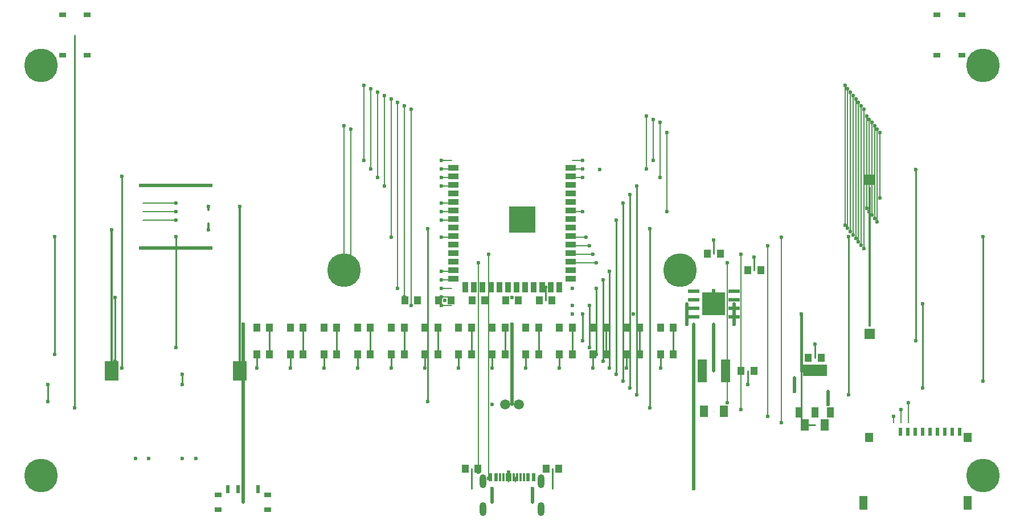
<source format=gbl>
%TF.GenerationSoftware,KiCad,Pcbnew,9.99.0-5542-g9c1654c496*%
%TF.CreationDate,2026-02-21T09:19:05+00:00*%
%TF.ProjectId,esp32-emu-turbo,65737033-322d-4656-9d75-2d747572626f,rev?*%
%TF.SameCoordinates,Original*%
%TF.FileFunction,Copper,L4,Bot*%
%TF.FilePolarity,Positive*%
%FSLAX46Y46*%
G04 Gerber Fmt 4.6, Leading zero omitted, Abs format (unit mm)*
G04 Created by KiCad (PCBNEW 9.99.0-5542-g9c1654c496) date 2026-02-21 09:19:05*
%MOMM*%
%LPD*%
G01*
G04 APERTURE LIST*
%TA.AperFunction,ComponentPad*%
%ADD10C,5.000000*%
%TD*%
%TA.AperFunction,SMDPad,CuDef*%
%ADD11R,1.500000X0.900000*%
%TD*%
%TA.AperFunction,SMDPad,CuDef*%
%ADD12R,0.900000X1.500000*%
%TD*%
%TA.AperFunction,SMDPad,CuDef*%
%ADD13R,3.900000X3.900000*%
%TD*%
%TA.AperFunction,SMDPad,CuDef*%
%ADD14R,1.000000X0.750000*%
%TD*%
%TA.AperFunction,SMDPad,CuDef*%
%ADD15R,0.300000X1.300000*%
%TD*%
%TA.AperFunction,SMDPad,CuDef*%
%ADD16R,1.600000X1.600000*%
%TD*%
%TA.AperFunction,SMDPad,CuDef*%
%ADD17R,0.600000X1.300000*%
%TD*%
%TA.AperFunction,ComponentPad*%
%ADD18O,1.000000X2.100000*%
%TD*%
%TA.AperFunction,SMDPad,CuDef*%
%ADD19R,1.200000X1.400000*%
%TD*%
%TA.AperFunction,SMDPad,CuDef*%
%ADD20R,1.200000X2.000000*%
%TD*%
%TA.AperFunction,SMDPad,CuDef*%
%ADD21R,1.050000X0.700000*%
%TD*%
%TA.AperFunction,SMDPad,CuDef*%
%ADD22R,2.000000X3.000000*%
%TD*%
%TA.AperFunction,SMDPad,CuDef*%
%ADD23R,1.700000X0.600000*%
%TD*%
%TA.AperFunction,SMDPad,CuDef*%
%ADD24R,3.400000X3.400000*%
%TD*%
%TA.AperFunction,SMDPad,CuDef*%
%ADD25R,1.000000X1.500000*%
%TD*%
%TA.AperFunction,SMDPad,CuDef*%
%ADD26R,3.600000X1.800000*%
%TD*%
%TA.AperFunction,SMDPad,CuDef*%
%ADD27R,2.050000X0.600000*%
%TD*%
%TA.AperFunction,SMDPad,CuDef*%
%ADD28R,1.400000X3.400000*%
%TD*%
%TA.AperFunction,ComponentPad*%
%ADD29C,1.500000*%
%TD*%
%TA.AperFunction,SMDPad,CuDef*%
%ADD30R,1.000000X1.300000*%
%TD*%
%TA.AperFunction,SMDPad,CuDef*%
%ADD31R,1.200000X1.800000*%
%TD*%
%TA.AperFunction,ViaPad*%
%ADD32C,0.600000*%
%TD*%
%TA.AperFunction,Conductor*%
%ADD33C,0.500000*%
%TD*%
%TA.AperFunction,Conductor*%
%ADD34C,0.250000*%
%TD*%
%TA.AperFunction,Conductor*%
%ADD35C,0.200000*%
%TD*%
%TA.AperFunction,Conductor*%
%ADD36C,0.400000*%
%TD*%
%TA.AperFunction,Conductor*%
%ADD37C,0.300000*%
%TD*%
%ADD38C,0.000000*%
G04 APERTURE END LIST*
D10*
%TO.P,,*%
%TO.N,*%
X10000000Y-7000000D03*
%TD*%
%TO.P,,*%
%TO.N,*%
X150000000Y-7000000D03*
%TD*%
%TO.P,,*%
%TO.N,*%
X10000000Y-68000000D03*
%TD*%
%TO.P,,*%
%TO.N,*%
X150000000Y-68000000D03*
%TD*%
%TO.P,,*%
%TO.N,*%
X55000000Y-37500000D03*
%TD*%
%TO.P,,*%
%TO.N,*%
X105000000Y-37500000D03*
%TD*%
D11*
%TO.P,U1,1*%
%TO.N,N/C*%
X88750000Y-22240000D03*
%TO.P,U1,2*%
X88750000Y-23510000D03*
%TO.P,U1,3*%
X88750000Y-24780000D03*
%TO.P,U1,4*%
X88750000Y-26050000D03*
%TO.P,U1,5*%
X88750000Y-27320000D03*
%TO.P,U1,6*%
X88750000Y-28590000D03*
%TO.P,U1,7*%
X88750000Y-29860000D03*
%TO.P,U1,8*%
X88750000Y-31130000D03*
%TO.P,U1,9*%
X88750000Y-32400000D03*
%TO.P,U1,10*%
X88750000Y-33670000D03*
%TO.P,U1,11*%
X88750000Y-34940000D03*
%TO.P,U1,12*%
X88750000Y-36210000D03*
%TO.P,U1,13*%
X88750000Y-37480000D03*
%TO.P,U1,14*%
X88750000Y-38750000D03*
D12*
%TO.P,U1,15*%
X86985000Y-40000000D03*
%TO.P,U1,16*%
X85715000Y-40000000D03*
%TO.P,U1,17*%
X84445000Y-40000000D03*
%TO.P,U1,18*%
X83175000Y-40000000D03*
%TO.P,U1,19*%
X81905000Y-40000000D03*
%TO.P,U1,20*%
X80635000Y-40000000D03*
%TO.P,U1,21*%
X79365000Y-40000000D03*
%TO.P,U1,22*%
X78095000Y-40000000D03*
%TO.P,U1,23*%
X76825000Y-40000000D03*
%TO.P,U1,24*%
X75555000Y-40000000D03*
%TO.P,U1,25*%
X74285000Y-40000000D03*
%TO.P,U1,26*%
X73015000Y-40000000D03*
D11*
%TO.P,U1,27*%
X71250000Y-38750000D03*
%TO.P,U1,28*%
X71250000Y-37480000D03*
%TO.P,U1,29*%
X71250000Y-36210000D03*
%TO.P,U1,30*%
X71250000Y-34940000D03*
%TO.P,U1,31*%
X71250000Y-33670000D03*
%TO.P,U1,32*%
X71250000Y-32400000D03*
%TO.P,U1,33*%
X71250000Y-31130000D03*
%TO.P,U1,34*%
X71250000Y-29860000D03*
%TO.P,U1,35*%
X71250000Y-28590000D03*
%TO.P,U1,36*%
X71250000Y-27320000D03*
%TO.P,U1,37*%
X71250000Y-26050000D03*
%TO.P,U1,38*%
X71250000Y-24780000D03*
%TO.P,U1,39*%
X71250000Y-23510000D03*
%TO.P,U1,40*%
X71250000Y-22240000D03*
D13*
%TO.P,U1,41*%
X81500000Y-29960000D03*
%TD*%
D14*
%TO.P,SW11,1*%
%TO.N,N/C*%
X13150000Y500000D03*
%TO.P,SW11,2*%
X13150000Y-5500000D03*
%TO.P,SW11,3*%
X16850000Y500000D03*
%TO.P,SW11,4*%
X16850000Y-5500000D03*
%TD*%
%TO.P,SW12,1*%
%TO.N,N/C*%
X143150000Y500000D03*
%TO.P,SW12,2*%
X143150000Y-5500000D03*
%TO.P,SW12,3*%
X146850000Y500000D03*
%TO.P,SW12,4*%
X146850000Y-5500000D03*
%TD*%
D15*
%TO.P,J4,1*%
%TO.N,N/C*%
X133150000Y-25750000D03*
%TO.P,J4,2*%
X133150000Y-26250000D03*
%TO.P,J4,3*%
X133150000Y-26750000D03*
%TO.P,J4,4*%
X133150000Y-27250000D03*
%TO.P,J4,5*%
X133150000Y-27750000D03*
%TO.P,J4,6*%
X133150000Y-28250000D03*
%TO.P,J4,7*%
X133150000Y-28750000D03*
%TO.P,J4,8*%
X133150000Y-29250000D03*
%TO.P,J4,9*%
X133150000Y-29750000D03*
%TO.P,J4,10*%
X133150000Y-30250000D03*
%TO.P,J4,11*%
X133150000Y-30750000D03*
%TO.P,J4,12*%
X133150000Y-31250000D03*
%TO.P,J4,13*%
X133150000Y-31750000D03*
%TO.P,J4,14*%
X133150000Y-32250000D03*
%TO.P,J4,15*%
X133150000Y-32750000D03*
%TO.P,J4,16*%
X133150000Y-33250000D03*
%TO.P,J4,17*%
X133150000Y-33750000D03*
%TO.P,J4,18*%
X133150000Y-34250000D03*
%TO.P,J4,19*%
X133150000Y-34750000D03*
%TO.P,J4,20*%
X133150000Y-35250000D03*
%TO.P,J4,21*%
X133150000Y-35750000D03*
%TO.P,J4,22*%
X133150000Y-36250000D03*
%TO.P,J4,23*%
X133150000Y-36750000D03*
%TO.P,J4,24*%
X133150000Y-37250000D03*
%TO.P,J4,25*%
X133150000Y-37750000D03*
%TO.P,J4,26*%
X133150000Y-38250000D03*
%TO.P,J4,27*%
X133150000Y-38750000D03*
%TO.P,J4,28*%
X133150000Y-39250000D03*
%TO.P,J4,29*%
X133150000Y-39750000D03*
%TO.P,J4,30*%
X133150000Y-40250000D03*
%TO.P,J4,31*%
X133150000Y-40750000D03*
%TO.P,J4,32*%
X133150000Y-41250000D03*
%TO.P,J4,33*%
X133150000Y-41750000D03*
%TO.P,J4,34*%
X133150000Y-42250000D03*
%TO.P,J4,35*%
X133150000Y-42750000D03*
%TO.P,J4,36*%
X133150000Y-43250000D03*
%TO.P,J4,37*%
X133150000Y-43750000D03*
%TO.P,J4,38*%
X133150000Y-44250000D03*
%TO.P,J4,39*%
X133150000Y-44750000D03*
%TO.P,J4,40*%
X133150000Y-45250000D03*
D16*
%TO.P,J4,MP1*%
X133150000Y-24000000D03*
%TO.P,J4,MP2*%
X133150000Y-47000000D03*
%TD*%
D17*
%TO.P,J1,A1*%
%TO.N,N/C*%
X83200000Y-68255000D03*
%TO.P,J1,A4*%
X82400000Y-68255000D03*
D15*
%TO.P,J1,A5*%
X81250000Y-68255000D03*
%TO.P,J1,A6*%
X80250000Y-68255000D03*
%TO.P,J1,A7*%
X79750000Y-68255000D03*
%TO.P,J1,A8*%
X78750000Y-68255000D03*
D17*
%TO.P,J1,A9*%
X77600000Y-68255000D03*
%TO.P,J1,A12*%
X76800000Y-68255000D03*
%TO.P,J1,B1*%
X76800000Y-68255000D03*
%TO.P,J1,B4*%
X77600000Y-68255000D03*
D15*
%TO.P,J1,B5*%
X78250000Y-68255000D03*
%TO.P,J1,B6*%
X79250000Y-68255000D03*
%TO.P,J1,B7*%
X80750000Y-68255000D03*
%TO.P,J1,B8*%
X81750000Y-68255000D03*
D17*
%TO.P,J1,B9*%
X82400000Y-68255000D03*
%TO.P,J1,B12*%
X83200000Y-68255000D03*
D18*
%TO.P,J1,S*%
X75680000Y-68895000D03*
X75680000Y-73075000D03*
X84320000Y-68895000D03*
X84320000Y-73075000D03*
%TD*%
D17*
%TO.P,U6,1*%
%TO.N,N/C*%
X137760000Y-61550000D03*
%TO.P,U6,2*%
X138860000Y-61550000D03*
%TO.P,U6,3*%
X139960000Y-61550000D03*
%TO.P,U6,4*%
X141060000Y-61550000D03*
%TO.P,U6,5*%
X142160000Y-61550000D03*
%TO.P,U6,6*%
X143260000Y-61550000D03*
%TO.P,U6,7*%
X144360000Y-61550000D03*
%TO.P,U6,8*%
X145460000Y-61550000D03*
%TO.P,U6,9*%
X146560000Y-61550000D03*
D19*
%TO.P,U6,10*%
X147760000Y-62400000D03*
D20*
%TO.P,U6,11*%
X147760000Y-72100000D03*
%TO.P,U6,12*%
X132240000Y-72100000D03*
D19*
%TO.P,U6,13*%
X133080000Y-62400000D03*
%TD*%
D17*
%TO.P,SW_PWR,1*%
%TO.N,N/C*%
X42250000Y-70050000D03*
%TO.P,SW_PWR,2*%
X39250000Y-70050000D03*
%TO.P,SW_PWR,3*%
X37750000Y-70050000D03*
D21*
%TO.P,SW_PWR,SH*%
X36325000Y-70900000D03*
X36325000Y-73100000D03*
X43675000Y-70900000D03*
X43675000Y-73100000D03*
%TD*%
D22*
%TO.P,SPK1,1*%
%TO.N,N/C*%
X39500000Y-52500000D03*
%TO.P,SPK1,2*%
X20500000Y-52500000D03*
%TD*%
D23*
%TO.P,U2,1*%
%TO.N,N/C*%
X113000000Y-40595000D03*
%TO.P,U2,2*%
X113000000Y-41865000D03*
%TO.P,U2,3*%
X113000000Y-43135000D03*
%TO.P,U2,4*%
X113000000Y-44405000D03*
%TO.P,U2,5*%
X107000000Y-44405000D03*
%TO.P,U2,6*%
X107000000Y-43135000D03*
%TO.P,U2,7*%
X107000000Y-41865000D03*
%TO.P,U2,8*%
X107000000Y-40595000D03*
D24*
%TO.P,U2,EP*%
X110000000Y-42500000D03*
%TD*%
D25*
%TO.P,U3,1*%
%TO.N,N/C*%
X127300000Y-58650000D03*
%TO.P,U3,2*%
X125000000Y-58650000D03*
%TO.P,U3,3*%
X122700000Y-58650000D03*
D26*
%TO.P,U3,4*%
X125000000Y-52350000D03*
%TD*%
D27*
%TO.P,U5,1*%
%TO.N,N/C*%
X25555000Y-24850000D03*
%TO.P,U5,2*%
X26825000Y-24850000D03*
%TO.P,U5,3*%
X28095000Y-24850000D03*
%TO.P,U5,4*%
X29365000Y-24850000D03*
%TO.P,U5,5*%
X30635000Y-24850000D03*
%TO.P,U5,6*%
X31905000Y-24850000D03*
%TO.P,U5,7*%
X33175000Y-24850000D03*
%TO.P,U5,8*%
X34445000Y-24850000D03*
%TO.P,U5,9*%
X34445000Y-34150000D03*
%TO.P,U5,10*%
X33175000Y-34150000D03*
%TO.P,U5,11*%
X31905000Y-34150000D03*
%TO.P,U5,12*%
X30635000Y-34150000D03*
%TO.P,U5,13*%
X29365000Y-34150000D03*
%TO.P,U5,14*%
X28095000Y-34150000D03*
%TO.P,U5,15*%
X26825000Y-34150000D03*
%TO.P,U5,16*%
X25555000Y-34150000D03*
%TD*%
D28*
%TO.P,L1,1*%
%TO.N,N/C*%
X111700000Y-52500000D03*
%TO.P,L1,2*%
X108300000Y-52500000D03*
%TD*%
D29*
%TO.P,J3,1*%
%TO.N,N/C*%
X81000000Y-57500000D03*
%TO.P,J3,2*%
X79000000Y-57500000D03*
%TD*%
D30*
%TO.P,R1,1*%
%TO.N,N/C*%
X74950000Y-67000000D03*
%TO.P,R1,2*%
X73050000Y-67000000D03*
%TD*%
%TO.P,R2,1*%
%TO.N,N/C*%
X86950000Y-67000000D03*
%TO.P,R2,2*%
X85050000Y-67000000D03*
%TD*%
%TO.P,R3,1*%
%TO.N,N/C*%
X65950000Y-42000000D03*
%TO.P,R3,2*%
X64050000Y-42000000D03*
%TD*%
%TO.P,C3,1*%
%TO.N,N/C*%
X70950000Y-42000000D03*
%TO.P,C3,2*%
X69050000Y-42000000D03*
%TD*%
%TO.P,R17,1*%
%TO.N,N/C*%
X75950000Y-42000000D03*
%TO.P,R17,2*%
X74050000Y-42000000D03*
%TD*%
%TO.P,R18,1*%
%TO.N,N/C*%
X80950000Y-42000000D03*
%TO.P,R18,2*%
X79050000Y-42000000D03*
%TD*%
%TO.P,C4,1*%
%TO.N,N/C*%
X85950000Y-42000000D03*
%TO.P,C4,2*%
X84050000Y-42000000D03*
%TD*%
%TO.P,R4,1*%
%TO.N,N/C*%
X43950000Y-46000000D03*
%TO.P,R4,2*%
X42050000Y-46000000D03*
%TD*%
%TO.P,R5,1*%
%TO.N,N/C*%
X48950000Y-46000000D03*
%TO.P,R5,2*%
X47050000Y-46000000D03*
%TD*%
%TO.P,R6,1*%
%TO.N,N/C*%
X53950000Y-46000000D03*
%TO.P,R6,2*%
X52050000Y-46000000D03*
%TD*%
%TO.P,R7,1*%
%TO.N,N/C*%
X58950000Y-46000000D03*
%TO.P,R7,2*%
X57050000Y-46000000D03*
%TD*%
%TO.P,R8,1*%
%TO.N,N/C*%
X63950000Y-46000000D03*
%TO.P,R8,2*%
X62050000Y-46000000D03*
%TD*%
%TO.P,R9,1*%
%TO.N,N/C*%
X68950000Y-46000000D03*
%TO.P,R9,2*%
X67050000Y-46000000D03*
%TD*%
%TO.P,R10,1*%
%TO.N,N/C*%
X73950000Y-46000000D03*
%TO.P,R10,2*%
X72050000Y-46000000D03*
%TD*%
%TO.P,R11,1*%
%TO.N,N/C*%
X78950000Y-46000000D03*
%TO.P,R11,2*%
X77050000Y-46000000D03*
%TD*%
%TO.P,R12,1*%
%TO.N,N/C*%
X83950000Y-46000000D03*
%TO.P,R12,2*%
X82050000Y-46000000D03*
%TD*%
%TO.P,R13,1*%
%TO.N,N/C*%
X88950000Y-46000000D03*
%TO.P,R13,2*%
X87050000Y-46000000D03*
%TD*%
%TO.P,R14,1*%
%TO.N,N/C*%
X93950000Y-46000000D03*
%TO.P,R14,2*%
X92050000Y-46000000D03*
%TD*%
%TO.P,R15,1*%
%TO.N,N/C*%
X98950000Y-46000000D03*
%TO.P,R15,2*%
X97050000Y-46000000D03*
%TD*%
%TO.P,R19,1*%
%TO.N,N/C*%
X103950000Y-46000000D03*
%TO.P,R19,2*%
X102050000Y-46000000D03*
%TD*%
%TO.P,R16,1*%
%TO.N,N/C*%
X115950000Y-52500000D03*
%TO.P,R16,2*%
X114050000Y-52500000D03*
%TD*%
%TO.P,C5,1*%
%TO.N,N/C*%
X43950000Y-50000000D03*
%TO.P,C5,2*%
X42050000Y-50000000D03*
%TD*%
%TO.P,C6,1*%
%TO.N,N/C*%
X48950000Y-50000000D03*
%TO.P,C6,2*%
X47050000Y-50000000D03*
%TD*%
%TO.P,C7,1*%
%TO.N,N/C*%
X53950000Y-50000000D03*
%TO.P,C7,2*%
X52050000Y-50000000D03*
%TD*%
%TO.P,C8,1*%
%TO.N,N/C*%
X58950000Y-50000000D03*
%TO.P,C8,2*%
X57050000Y-50000000D03*
%TD*%
%TO.P,C9,1*%
%TO.N,N/C*%
X63950000Y-50000000D03*
%TO.P,C9,2*%
X62050000Y-50000000D03*
%TD*%
%TO.P,C10,1*%
%TO.N,N/C*%
X68950000Y-50000000D03*
%TO.P,C10,2*%
X67050000Y-50000000D03*
%TD*%
%TO.P,C11,1*%
%TO.N,N/C*%
X73950000Y-50000000D03*
%TO.P,C11,2*%
X72050000Y-50000000D03*
%TD*%
%TO.P,C12,1*%
%TO.N,N/C*%
X78950000Y-50000000D03*
%TO.P,C12,2*%
X77050000Y-50000000D03*
%TD*%
%TO.P,C13,1*%
%TO.N,N/C*%
X83950000Y-50000000D03*
%TO.P,C13,2*%
X82050000Y-50000000D03*
%TD*%
%TO.P,C14,1*%
%TO.N,N/C*%
X88950000Y-50000000D03*
%TO.P,C14,2*%
X87050000Y-50000000D03*
%TD*%
%TO.P,C15,1*%
%TO.N,N/C*%
X93950000Y-50000000D03*
%TO.P,C15,2*%
X92050000Y-50000000D03*
%TD*%
%TO.P,C16,1*%
%TO.N,N/C*%
X98950000Y-50000000D03*
%TO.P,C16,2*%
X97050000Y-50000000D03*
%TD*%
%TO.P,C20,1*%
%TO.N,N/C*%
X103950000Y-50000000D03*
%TO.P,C20,2*%
X102050000Y-50000000D03*
%TD*%
%TO.P,C17,1*%
%TO.N,N/C*%
X110950000Y-35000000D03*
%TO.P,C17,2*%
X109050000Y-35000000D03*
%TD*%
%TO.P,C18,1*%
%TO.N,N/C*%
X116950000Y-37500000D03*
%TO.P,C18,2*%
X115050000Y-37500000D03*
%TD*%
D31*
%TO.P,C19,1*%
%TO.N,N/C*%
X111500000Y-58500000D03*
%TO.P,C19,2*%
X108500000Y-58500000D03*
%TD*%
D30*
%TO.P,C1,1*%
%TO.N,N/C*%
X125950000Y-50500000D03*
%TO.P,C1,2*%
X124050000Y-50500000D03*
%TD*%
D31*
%TO.P,C2,1*%
%TO.N,N/C*%
X126500000Y-60500000D03*
%TO.P,C2,2*%
X123500000Y-60500000D03*
%TD*%
D32*
%TO.N,GND*%
X77000000Y-70000000D03*
X113000000Y-45500000D03*
X127000000Y-57500000D03*
X80000000Y-41500000D03*
X77000000Y-57500000D03*
X92000000Y-35120000D03*
X114000000Y-35120000D03*
X114000000Y-58200000D03*
X137800000Y-58200000D03*
X92500000Y-36390000D03*
X112000000Y-36390000D03*
X112000000Y-57200000D03*
X138900000Y-57200000D03*
X102050000Y-52000000D03*
X85000000Y-40000000D03*
X115000000Y-54500000D03*
X26000000Y-65500000D03*
X33000000Y-65500000D03*
%TO.N,VBUS*%
X83000000Y-70000000D03*
X107000000Y-70000000D03*
%TO.N,+5V*%
X110000000Y-40500000D03*
X122000000Y-55500000D03*
X110000000Y-50500000D03*
X125000000Y-48500000D03*
X110000000Y-33000000D03*
X116000000Y-35500000D03*
%TO.N,+3V3*%
X123000000Y-44000000D03*
X98000000Y-44000000D03*
X93000000Y-22500000D03*
X69500000Y-21150000D03*
X58000000Y-21150000D03*
X58000000Y-10000000D03*
X129500000Y-10000000D03*
X129500000Y-30750000D03*
X69500000Y-41470000D03*
X64000000Y-41470000D03*
X64000000Y-13000000D03*
X131900000Y-13000000D03*
X131900000Y-33750000D03*
X69500000Y-42740000D03*
X65000000Y-42740000D03*
X65000000Y-13500000D03*
X132300000Y-13500000D03*
X132300000Y-34250000D03*
X90500000Y-22420000D03*
X100000000Y-22420000D03*
X100000000Y-14500000D03*
X132700000Y-14500000D03*
X132700000Y-28250000D03*
X90500000Y-21150000D03*
X101000000Y-21150000D03*
X101000000Y-15000000D03*
X133100000Y-15000000D03*
X133100000Y-28750000D03*
X90500000Y-23690000D03*
X102000000Y-23690000D03*
X102000000Y-15500000D03*
X133500000Y-15500000D03*
X133500000Y-29250000D03*
X69500000Y-38930000D03*
X55000000Y-38930000D03*
X55000000Y-16000000D03*
X133900000Y-16000000D03*
X133900000Y-29750000D03*
X69500000Y-37660000D03*
X56000000Y-37660000D03*
X56000000Y-16500000D03*
X134300000Y-16500000D03*
X134300000Y-30250000D03*
X70000000Y-42000000D03*
X24000000Y-65500000D03*
X31000000Y-65500000D03*
%TO.N,BAT+*%
X106000000Y-45500000D03*
X80000000Y-45500000D03*
X40000000Y-45500000D03*
X34900000Y-28000000D03*
X39500000Y-28000000D03*
X34900000Y-31500000D03*
X20500000Y-31500000D03*
X80500000Y-68500000D03*
X76500000Y-68500000D03*
X76500000Y-35120000D03*
X30000000Y-32500000D03*
X30000000Y-49000000D03*
X91500000Y-49000000D03*
X91500000Y-42740000D03*
X89000000Y-42740000D03*
X12000000Y-32500000D03*
X12000000Y-50000000D03*
X92500000Y-50000000D03*
X92500000Y-40200000D03*
X89000000Y-40200000D03*
X21000000Y-41500000D03*
X21000000Y-51000000D03*
X93500000Y-51000000D03*
X93500000Y-38930000D03*
X89000000Y-38930000D03*
X22000000Y-23500000D03*
X22000000Y-52000000D03*
X94500000Y-52000000D03*
X94500000Y-37660000D03*
X89000000Y-37660000D03*
X150000000Y-32500000D03*
X150000000Y-54000000D03*
X96500000Y-54000000D03*
X96500000Y-27500000D03*
X89000000Y-27500000D03*
X141000000Y-42500000D03*
X141000000Y-55000000D03*
X97500000Y-55000000D03*
X97500000Y-26230000D03*
X89000000Y-26230000D03*
X11000000Y-54500000D03*
X11000000Y-57000000D03*
X67500000Y-57000000D03*
X67500000Y-31310000D03*
X71000000Y-31310000D03*
X42050000Y-46000000D03*
X47050000Y-46000000D03*
X52050000Y-46000000D03*
X57050000Y-46000000D03*
X62050000Y-46000000D03*
X67050000Y-46000000D03*
X72050000Y-46000000D03*
X77050000Y-46000000D03*
X82050000Y-46000000D03*
X87050000Y-46000000D03*
X92050000Y-46000000D03*
X97050000Y-46000000D03*
X102050000Y-46000000D03*
X42050000Y-52000000D03*
X47050000Y-52000000D03*
X52050000Y-52000000D03*
X57050000Y-52000000D03*
X62050000Y-52000000D03*
X67050000Y-52000000D03*
X72050000Y-52000000D03*
X77050000Y-52000000D03*
X82050000Y-52000000D03*
X87050000Y-52000000D03*
X92050000Y-52000000D03*
X97050000Y-52000000D03*
%TO.N,LCD_D1*%
X69500000Y-22420000D03*
X59000000Y-22420000D03*
X59000000Y-10500000D03*
X129900000Y-10500000D03*
X129900000Y-31250000D03*
%TO.N,LCD_D2*%
X69500000Y-23690000D03*
X60000000Y-23690000D03*
X60000000Y-11000000D03*
X130300000Y-11000000D03*
X130300000Y-31750000D03*
%TO.N,LCD_D3*%
X69500000Y-24960000D03*
X61000000Y-24960000D03*
X61000000Y-11500000D03*
X130700000Y-11500000D03*
X130700000Y-32250000D03*
X69500000Y-32580000D03*
X62000000Y-32580000D03*
X62000000Y-12000000D03*
X131100000Y-12000000D03*
X131100000Y-32750000D03*
X130000000Y-32500000D03*
X130000000Y-56000000D03*
X98500000Y-56000000D03*
X98500000Y-24960000D03*
X89000000Y-24960000D03*
%TO.N,LCD_D5*%
X69500000Y-40200000D03*
X63000000Y-40200000D03*
X63000000Y-12500000D03*
X131500000Y-12500000D03*
X131500000Y-33250000D03*
%TO.N,LCD_BL*%
X90500000Y-28770000D03*
X103000000Y-28770000D03*
X103000000Y-17000000D03*
X134700000Y-17000000D03*
X134700000Y-26750000D03*
%TO.N,SD_MOSI*%
X91000000Y-32580000D03*
X120000000Y-32580000D03*
X120000000Y-60200000D03*
%TO.N,SD_MISO*%
X91500000Y-33850000D03*
X118000000Y-33850000D03*
X118000000Y-59200000D03*
X136700000Y-59200000D03*
%TO.N,I2S_BCLK*%
X69500000Y-27500000D03*
X30000000Y-27500000D03*
%TO.N,I2S_LRCK*%
X69500000Y-28770000D03*
X30000000Y-28770000D03*
%TO.N,I2S_DOUT*%
X69500000Y-30040000D03*
X30000000Y-30040000D03*
%TO.N,BTN_A*%
X140000000Y-22500000D03*
X140000000Y-48000000D03*
X90500000Y-48000000D03*
X90500000Y-44010000D03*
X89000000Y-44010000D03*
%TO.N,BTN_SELECT*%
X31000000Y-54500000D03*
X31000000Y-53000000D03*
X95500000Y-53000000D03*
X95500000Y-30040000D03*
X89000000Y-30040000D03*
%TO.N,BTN_L*%
X15000000Y-58000000D03*
X100500000Y-58000000D03*
X100500000Y-31310000D03*
%TO.N,USB_D+*%
X79500000Y-67500000D03*
X75000000Y-67500000D03*
X75000000Y-36390000D03*
%TD*%
%TO.N,GND*%
D33*
X77000000Y-72000000D02*
X77000000Y-70000000D01*
X113000000Y-42500000D02*
X113000000Y-45500000D01*
X127000000Y-55500000D02*
X127000000Y-57500000D01*
D34*
X74000000Y-67000000D02*
X74000000Y-70000000D01*
X86000000Y-67000000D02*
X86000000Y-70000000D01*
D35*
X89000000Y-35120000D02*
X92000000Y-35120000D01*
X114000000Y-35120000D02*
X114000000Y-58200000D01*
X137800000Y-58200000D02*
X137800000Y-60200000D01*
X89000000Y-36390000D02*
X92500000Y-36390000D01*
X112000000Y-36390000D02*
X112000000Y-57200000D01*
X138900000Y-57200000D02*
X138900000Y-60200000D01*
D34*
X74000000Y-67000000D02*
X74000000Y-70000000D01*
X86000000Y-67000000D02*
X86000000Y-70000000D01*
X102050000Y-50000000D02*
X102050000Y-52000000D01*
X85000000Y-42000000D02*
X85000000Y-40000000D01*
X115000000Y-52500000D02*
X115000000Y-54500000D01*
%TO.N,VBUS*%
D33*
X83000000Y-72000000D02*
X83000000Y-70000000D01*
X107000000Y-70000000D02*
X107000000Y-45500000D01*
%TO.N,+5V*%
X110000000Y-42500000D02*
X110000000Y-40500000D01*
X122000000Y-53500000D02*
X122000000Y-55500000D01*
X110000000Y-45500000D02*
X110000000Y-52500000D01*
D34*
X125000000Y-50500000D02*
X125000000Y-48500000D01*
X110000000Y-35000000D02*
X110000000Y-33000000D01*
X116000000Y-37500000D02*
X116000000Y-35500000D01*
%TO.N,+3V3*%
D36*
X125000000Y-52500000D02*
X123000000Y-52500000D01*
X123000000Y-52500000D02*
X123000000Y-44000000D01*
D35*
X71000000Y-21150000D02*
X69500000Y-21150000D01*
X58000000Y-21150000D02*
X58000000Y-10000000D01*
X129500000Y-10000000D02*
X129500000Y-30750000D01*
X71000000Y-41470000D02*
X69500000Y-41470000D01*
X64000000Y-41470000D02*
X64000000Y-13000000D01*
X131900000Y-13000000D02*
X131900000Y-33750000D01*
X71000000Y-42740000D02*
X69500000Y-42740000D01*
X65000000Y-42740000D02*
X65000000Y-13500000D01*
X132300000Y-13500000D02*
X132300000Y-34250000D01*
X89000000Y-22420000D02*
X90500000Y-22420000D01*
X100000000Y-22420000D02*
X100000000Y-14500000D01*
X132700000Y-14500000D02*
X132700000Y-28250000D01*
X89000000Y-21150000D02*
X90500000Y-21150000D01*
X101000000Y-21150000D02*
X101000000Y-15000000D01*
X133100000Y-15000000D02*
X133100000Y-28750000D01*
X89000000Y-23690000D02*
X90500000Y-23690000D01*
X102000000Y-23690000D02*
X102000000Y-15500000D01*
X133500000Y-15500000D02*
X133500000Y-29250000D01*
X71000000Y-38930000D02*
X69500000Y-38930000D01*
X55000000Y-38930000D02*
X55000000Y-16000000D01*
X133900000Y-16000000D02*
X133900000Y-29750000D01*
X71000000Y-37660000D02*
X69500000Y-37660000D01*
X56000000Y-37660000D02*
X56000000Y-16500000D01*
X134300000Y-16500000D02*
X134300000Y-30250000D01*
D34*
X125000000Y-60500000D02*
X123000000Y-60500000D01*
X123000000Y-60500000D02*
X123000000Y-52500000D01*
%TO.N,BAT+*%
D33*
X106000000Y-42500000D02*
X106000000Y-45500000D01*
X80000000Y-45500000D02*
X80000000Y-57500000D01*
X40000000Y-72000000D02*
X40000000Y-45500000D01*
D37*
X34900000Y-28500000D02*
X34900000Y-28000000D01*
X39500000Y-28000000D02*
X39500000Y-52500000D01*
X34900000Y-30500000D02*
X34900000Y-31500000D01*
X20500000Y-31500000D02*
X20500000Y-52500000D01*
D35*
X80500000Y-69000000D02*
X80500000Y-68500000D01*
X76500000Y-68500000D02*
X76500000Y-35120000D01*
D34*
X30000000Y-32500000D02*
X30000000Y-49000000D01*
X91500000Y-49000000D02*
X91500000Y-42740000D01*
X12000000Y-32500000D02*
X12000000Y-50000000D01*
X92500000Y-50000000D02*
X92500000Y-40200000D01*
X21000000Y-41500000D02*
X21000000Y-51000000D01*
X93500000Y-51000000D02*
X93500000Y-38930000D01*
X22000000Y-23500000D02*
X22000000Y-52000000D01*
X94500000Y-52000000D02*
X94500000Y-37660000D01*
X150000000Y-32500000D02*
X150000000Y-54000000D01*
X96500000Y-54000000D02*
X96500000Y-27500000D01*
X141000000Y-42500000D02*
X141000000Y-55000000D01*
X97500000Y-55000000D02*
X97500000Y-26230000D01*
X11000000Y-54500000D02*
X11000000Y-57000000D01*
X67500000Y-57000000D02*
X67500000Y-31310000D01*
X42050000Y-50000000D02*
X42050000Y-52000000D01*
X47050000Y-50000000D02*
X47050000Y-52000000D01*
X52050000Y-50000000D02*
X52050000Y-52000000D01*
X57050000Y-50000000D02*
X57050000Y-52000000D01*
X62050000Y-50000000D02*
X62050000Y-52000000D01*
X67050000Y-50000000D02*
X67050000Y-52000000D01*
X72050000Y-50000000D02*
X72050000Y-52000000D01*
X77050000Y-50000000D02*
X77050000Y-52000000D01*
X82050000Y-50000000D02*
X82050000Y-52000000D01*
X87050000Y-50000000D02*
X87050000Y-52000000D01*
X92050000Y-50000000D02*
X92050000Y-52000000D01*
X97050000Y-50000000D02*
X97050000Y-52000000D01*
X93950000Y-46000000D02*
X93950000Y-50000000D01*
D38*
X110000000Y-58500000D02*
X109999999Y-58500000D01*
X109999999Y-58500000D01*
X109999999Y-58500000D01*
X109999999Y-58500000D01*
X109999999Y-58500000D01*
X109999999Y-58500000D01*
X109999999Y-58500000D01*
X109999999Y-58499999D01*
X109999999Y-58499999D01*
X109999999Y-58499999D01*
X109999999Y-58499999D01*
X109999999Y-58499999D01*
X110000000Y-58499999D01*
X110000000Y-58499999D01*
X110000000Y-58499999D01*
X110000000Y-58499999D01*
X110000000Y-58499999D01*
X110000000Y-58499999D01*
X110000000Y-58499999D01*
X110000000Y-58499999D01*
X110000000Y-58499999D01*
X110000000Y-58499999D01*
X110000000Y-58499999D01*
X110000000Y-58499999D01*
X110000001Y-58499999D01*
X110000001Y-58499999D01*
X110000001Y-58499999D01*
X110000001Y-58499999D01*
X110000001Y-58499999D01*
X110000001Y-58499999D01*
X110000001Y-58500000D01*
X110000001Y-58500000D01*
X110000001Y-58500000D01*
X110000001Y-58500000D01*
X110000001Y-58500000D01*
X110000001Y-58500000D01*
X110000001Y-58500000D01*
X110000000Y-58500000D01*
X110000000Y-58500000D02*
X110000001Y-58500000D01*
X110000001Y-58500000D01*
X110000001Y-58500000D01*
X110000001Y-58500000D01*
X110000001Y-58500000D01*
X110000001Y-58500000D01*
X110000001Y-58500001D01*
X110000001Y-58500001D01*
X110000001Y-58500001D01*
X110000001Y-58500001D01*
X110000001Y-58500001D01*
X110000001Y-58500001D01*
X110000001Y-58500001D01*
X110000000Y-58500001D01*
X110000000Y-58500001D01*
X110000000Y-58500001D01*
X110000000Y-58500001D01*
X110000000Y-58500001D01*
X110000000Y-58500001D01*
X110000000Y-58500001D01*
X110000000Y-58500001D01*
X110000000Y-58500001D01*
X110000000Y-58500001D01*
X110000000Y-58500001D01*
X110000000Y-58500001D01*
X109999999Y-58500001D01*
X109999999Y-58500001D01*
X109999999Y-58500001D01*
X109999999Y-58500001D01*
X109999999Y-58500001D01*
X109999999Y-58500001D01*
X109999999Y-58500000D01*
X109999999Y-58500000D01*
X109999999Y-58500000D01*
X109999999Y-58500000D01*
X109999999Y-58500000D01*
X109999999Y-58500000D01*
X110000000Y-58500000D01*
%TO.N,LCD_D1*%
D35*
X71000000Y-22420000D02*
X69500000Y-22420000D01*
X59000000Y-22420000D02*
X59000000Y-10500000D01*
X129900000Y-10500000D02*
X129900000Y-31250000D01*
%TO.N,LCD_D2*%
X71000000Y-23690000D02*
X69500000Y-23690000D01*
X60000000Y-23690000D02*
X60000000Y-11000000D01*
X130300000Y-11000000D02*
X130300000Y-31750000D01*
%TO.N,LCD_D3*%
X71000000Y-24960000D02*
X69500000Y-24960000D01*
X61000000Y-24960000D02*
X61000000Y-11500000D01*
X130700000Y-11500000D02*
X130700000Y-32250000D01*
X71000000Y-32580000D02*
X69500000Y-32580000D01*
X62000000Y-32580000D02*
X62000000Y-12000000D01*
X131100000Y-12000000D02*
X131100000Y-32750000D01*
D34*
X130000000Y-32500000D02*
X130000000Y-56000000D01*
X98500000Y-56000000D02*
X98500000Y-24960000D01*
X98950000Y-46000000D02*
X98950000Y-50000000D01*
%TO.N,LCD_D5*%
D35*
X71000000Y-40200000D02*
X69500000Y-40200000D01*
X63000000Y-40200000D02*
X63000000Y-12500000D01*
X131500000Y-12500000D02*
X131500000Y-33250000D01*
%TO.N,LCD_BL*%
X89000000Y-28770000D02*
X90500000Y-28770000D01*
X103000000Y-28770000D02*
X103000000Y-17000000D01*
X134700000Y-17000000D02*
X134700000Y-26750000D01*
%TO.N,SD_MOSI*%
X89000000Y-32580000D02*
X91000000Y-32580000D01*
X120000000Y-32580000D02*
X120000000Y-60200000D01*
%TO.N,SD_MISO*%
X89000000Y-33850000D02*
X91500000Y-33850000D01*
X118000000Y-33850000D02*
X118000000Y-59200000D01*
X136700000Y-59200000D02*
X136700000Y-60200000D01*
%TO.N,I2S_BCLK*%
X71000000Y-27500000D02*
X69500000Y-27500000D01*
D38*
X30000000Y-27500000D02*
X29999999Y-27500000D01*
X29999999Y-27500000D01*
X29999999Y-27500000D01*
X29999999Y-27500000D01*
X29999999Y-27500000D01*
X29999999Y-27500000D01*
X29999999Y-27500000D01*
X29999999Y-27499999D01*
X29999999Y-27499999D01*
X29999999Y-27499999D01*
X29999999Y-27499999D01*
X29999999Y-27499999D01*
X30000000Y-27499999D01*
X30000000Y-27499999D01*
X30000000Y-27499999D01*
X30000000Y-27499999D01*
X30000000Y-27499999D01*
X30000000Y-27499999D01*
X30000000Y-27499999D01*
X30000000Y-27499999D01*
X30000000Y-27499999D01*
X30000000Y-27499999D01*
X30000000Y-27499999D01*
X30000000Y-27499999D01*
X30000001Y-27499999D01*
X30000001Y-27499999D01*
X30000001Y-27499999D01*
X30000001Y-27499999D01*
X30000001Y-27499999D01*
X30000001Y-27499999D01*
X30000001Y-27500000D01*
X30000001Y-27500000D01*
X30000001Y-27500000D01*
X30000001Y-27500000D01*
X30000001Y-27500000D01*
X30000001Y-27500000D01*
X30000001Y-27500000D01*
X30000000Y-27500000D01*
X30000000Y-27500000D02*
X30000001Y-27500000D01*
X30000001Y-27500000D01*
X30000001Y-27500000D01*
X30000001Y-27500000D01*
X30000001Y-27500000D01*
X30000001Y-27500000D01*
X30000001Y-27500001D01*
X30000001Y-27500001D01*
X30000001Y-27500001D01*
X30000001Y-27500001D01*
X30000001Y-27500001D01*
X30000001Y-27500001D01*
X30000001Y-27500001D01*
X30000000Y-27500001D01*
X30000000Y-27500001D01*
X30000000Y-27500001D01*
X30000000Y-27500001D01*
X30000000Y-27500001D01*
X30000000Y-27500001D01*
X30000000Y-27500001D01*
X30000000Y-27500001D01*
X30000000Y-27500001D01*
X30000000Y-27500001D01*
X30000000Y-27500001D01*
X30000000Y-27500001D01*
X29999999Y-27500001D01*
X29999999Y-27500001D01*
X29999999Y-27500001D01*
X29999999Y-27500001D01*
X29999999Y-27500001D01*
X29999999Y-27500001D01*
X29999999Y-27500000D01*
X29999999Y-27500000D01*
X29999999Y-27500000D01*
X29999999Y-27500000D01*
X29999999Y-27500000D01*
X29999999Y-27500000D01*
X30000000Y-27500000D01*
D35*
X30000000Y-27500000D02*
X25100000Y-27500000D01*
%TO.N,I2S_LRCK*%
X71000000Y-28770000D02*
X69500000Y-28770000D01*
D38*
X30000000Y-28770000D02*
X29999999Y-28770000D01*
X29999999Y-28770000D01*
X29999999Y-28770000D01*
X29999999Y-28770000D01*
X29999999Y-28770000D01*
X29999999Y-28770000D01*
X29999999Y-28770000D01*
X29999999Y-28769999D01*
X29999999Y-28769999D01*
X29999999Y-28769999D01*
X29999999Y-28769999D01*
X29999999Y-28769999D01*
X30000000Y-28769999D01*
X30000000Y-28769999D01*
X30000000Y-28769999D01*
X30000000Y-28769999D01*
X30000000Y-28769999D01*
X30000000Y-28769999D01*
X30000000Y-28769999D01*
X30000000Y-28769999D01*
X30000000Y-28769999D01*
X30000000Y-28769999D01*
X30000000Y-28769999D01*
X30000000Y-28769999D01*
X30000001Y-28769999D01*
X30000001Y-28769999D01*
X30000001Y-28769999D01*
X30000001Y-28769999D01*
X30000001Y-28769999D01*
X30000001Y-28769999D01*
X30000001Y-28770000D01*
X30000001Y-28770000D01*
X30000001Y-28770000D01*
X30000001Y-28770000D01*
X30000001Y-28770000D01*
X30000001Y-28770000D01*
X30000001Y-28770000D01*
X30000000Y-28770000D01*
X30000000Y-28770000D02*
X30000001Y-28770000D01*
X30000001Y-28770000D01*
X30000001Y-28770000D01*
X30000001Y-28770000D01*
X30000001Y-28770000D01*
X30000001Y-28770000D01*
X30000001Y-28770001D01*
X30000001Y-28770001D01*
X30000001Y-28770001D01*
X30000001Y-28770001D01*
X30000001Y-28770001D01*
X30000001Y-28770001D01*
X30000001Y-28770001D01*
X30000000Y-28770001D01*
X30000000Y-28770001D01*
X30000000Y-28770001D01*
X30000000Y-28770001D01*
X30000000Y-28770001D01*
X30000000Y-28770001D01*
X30000000Y-28770001D01*
X30000000Y-28770001D01*
X30000000Y-28770001D01*
X30000000Y-28770001D01*
X30000000Y-28770001D01*
X30000000Y-28770001D01*
X29999999Y-28770001D01*
X29999999Y-28770001D01*
X29999999Y-28770001D01*
X29999999Y-28770001D01*
X29999999Y-28770001D01*
X29999999Y-28770001D01*
X29999999Y-28770000D01*
X29999999Y-28770000D01*
X29999999Y-28770000D01*
X29999999Y-28770000D01*
X29999999Y-28770000D01*
X29999999Y-28770000D01*
X30000000Y-28770000D01*
D35*
X30000000Y-28770000D02*
X25100000Y-28770000D01*
%TO.N,I2S_DOUT*%
X71000000Y-30040000D02*
X69500000Y-30040000D01*
D38*
X30000000Y-30040000D02*
X29999999Y-30040000D01*
X29999999Y-30040000D01*
X29999999Y-30040000D01*
X29999999Y-30040000D01*
X29999999Y-30040000D01*
X29999999Y-30040000D01*
X29999999Y-30040000D01*
X29999999Y-30039999D01*
X29999999Y-30039999D01*
X29999999Y-30039999D01*
X29999999Y-30039999D01*
X29999999Y-30039999D01*
X30000000Y-30039999D01*
X30000000Y-30039999D01*
X30000000Y-30039999D01*
X30000000Y-30039999D01*
X30000000Y-30039999D01*
X30000000Y-30039999D01*
X30000000Y-30039999D01*
X30000000Y-30039999D01*
X30000000Y-30039999D01*
X30000000Y-30039999D01*
X30000000Y-30039999D01*
X30000000Y-30039999D01*
X30000001Y-30039999D01*
X30000001Y-30039999D01*
X30000001Y-30039999D01*
X30000001Y-30039999D01*
X30000001Y-30039999D01*
X30000001Y-30039999D01*
X30000001Y-30040000D01*
X30000001Y-30040000D01*
X30000001Y-30040000D01*
X30000001Y-30040000D01*
X30000001Y-30040000D01*
X30000001Y-30040000D01*
X30000001Y-30040000D01*
X30000000Y-30040000D01*
X30000000Y-30040000D02*
X30000001Y-30040000D01*
X30000001Y-30040000D01*
X30000001Y-30040000D01*
X30000001Y-30040000D01*
X30000001Y-30040000D01*
X30000001Y-30040000D01*
X30000001Y-30040001D01*
X30000001Y-30040001D01*
X30000001Y-30040001D01*
X30000001Y-30040001D01*
X30000001Y-30040001D01*
X30000001Y-30040001D01*
X30000001Y-30040001D01*
X30000000Y-30040001D01*
X30000000Y-30040001D01*
X30000000Y-30040001D01*
X30000000Y-30040001D01*
X30000000Y-30040001D01*
X30000000Y-30040001D01*
X30000000Y-30040001D01*
X30000000Y-30040001D01*
X30000000Y-30040001D01*
X30000000Y-30040001D01*
X30000000Y-30040001D01*
X30000000Y-30040001D01*
X29999999Y-30040001D01*
X29999999Y-30040001D01*
X29999999Y-30040001D01*
X29999999Y-30040001D01*
X29999999Y-30040001D01*
X29999999Y-30040001D01*
X29999999Y-30040000D01*
X29999999Y-30040000D01*
X29999999Y-30040000D01*
X29999999Y-30040000D01*
X29999999Y-30040000D01*
X29999999Y-30040000D01*
X30000000Y-30040000D01*
D35*
X30000000Y-30040000D02*
X25100000Y-30040000D01*
%TO.N,BTN_UP*%
D34*
X43950000Y-46000000D02*
X43950000Y-50000000D01*
%TO.N,BTN_DOWN*%
X48950000Y-46000000D02*
X48950000Y-50000000D01*
%TO.N,BTN_LEFT*%
X53950000Y-46000000D02*
X53950000Y-50000000D01*
%TO.N,BTN_RIGHT*%
X58950000Y-46000000D02*
X58950000Y-50000000D01*
%TO.N,BTN_A*%
X140000000Y-22500000D02*
X140000000Y-48000000D01*
X90500000Y-48000000D02*
X90500000Y-44010000D01*
X63950000Y-46000000D02*
X63950000Y-50000000D01*
%TO.N,BTN_B*%
X68950000Y-46000000D02*
X68950000Y-50000000D01*
%TO.N,BTN_X*%
X73950000Y-46000000D02*
X73950000Y-50000000D01*
%TO.N,BTN_Y*%
X78950000Y-46000000D02*
X78950000Y-50000000D01*
%TO.N,BTN_START*%
X83950000Y-46000000D02*
X83950000Y-50000000D01*
%TO.N,BTN_SELECT*%
X31000000Y-54500000D02*
X31000000Y-53000000D01*
X95500000Y-53000000D02*
X95500000Y-30040000D01*
X88950000Y-46000000D02*
X88950000Y-50000000D01*
%TO.N,BTN_L*%
X15000000Y-2500000D02*
X15000000Y-58000000D01*
X100500000Y-58000000D02*
X100500000Y-31310000D01*
%TO.N,BTN_MENU*%
X103950000Y-46000000D02*
X103950000Y-50000000D01*
%TO.N,USB_D+*%
D35*
X79500000Y-69000000D02*
X79500000Y-67500000D01*
X75000000Y-67500000D02*
X75000000Y-36390000D01*
%TD*%
M02*

</source>
